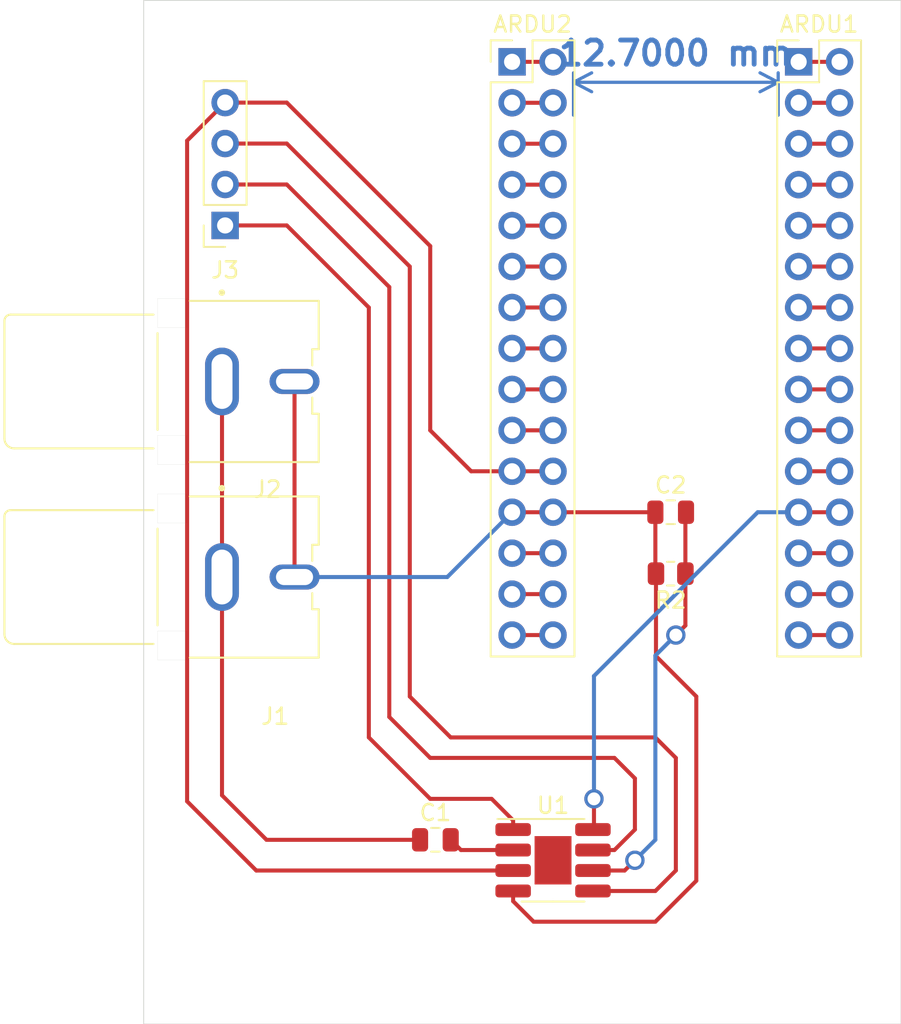
<source format=kicad_pcb>
(kicad_pcb (version 20211014) (generator pcbnew)
  (layers (0 "F.Cu" signal) (31 "B.Cu" signal) (34 "B.Paste" user) (35 "F.Paste" user) (36 "B.SilkS" user "B.Silkscreen") (37 "F.SilkS" user "F.Silkscreen") (38 "B.Mask" user) (39 "F.Mask" user) (44 "Edge.Cuts" user))
  (net 0 "")
  (net 1 "Net-(ARDU1-Pad1)")
  (net 2 "Net-(ARDU1-Pad3)")
  (net 3 "Net-(ARDU1-Pad5)")
  (net 4 "Net-(ARDU1-Pad7)")
  (net 5 "Net-(ARDU1-Pad10)")
  (net 6 "Net-(ARDU1-Pad11)")
  (net 7 "Net-(ARDU1-Pad13)")
  (net 8 "Net-(ARDU1-Pad15)")
  (net 9 "Net-(ARDU1-Pad17)")
  (net 10 "Net-(ARDU1-Pad19)")
  (net 11 "Net-(ARDU1-Pad21)")
  (net 12 "VCC")
  (net 13 "Net-(ARDU1-Pad25)")
  (net 14 "Net-(ARDU1-Pad27)")
  (net 15 "Net-(ARDU1-Pad29)")
  (net 16 "Net-(ARDU2-Pad1)")
  (net 17 "Net-(ARDU2-Pad3)")
  (net 18 "Net-(ARDU2-Pad5)")
  (net 19 "Net-(ARDU2-Pad7)")
  (net 20 "Net-(ARDU2-Pad10)")
  (net 21 "Net-(ARDU2-Pad11)")
  (net 22 "Net-(ARDU2-Pad13)")
  (net 23 "Net-(ARDU2-Pad15)")
  (net 24 "Net-(ARDU2-Pad17)")
  (net 25 "Net-(ARDU2-Pad19)")
  (net 26 "Net-(ARDU2-Pad21)")
  (net 27 "GND")
  (net 28 "Net-(ARDU2-Pad25)")
  (net 29 "Net-(ARDU2-Pad27)")
  (net 30 "Net-(ARDU2-Pad29)")
  (net 31 "Net-(C1-Pad1)")
  (net 32 "Net-(C1-Pad2)")
  (net 33 "Net-(C2-Pad2)")
  (net 34 "Net-(J3-Pad1)")
  (net 35 "Net-(U1-Pad7)")
  (net 36 "Net-(U1-Pad5)")
  (footprint "RCJ-041:CUI_RCJ-041" (layer "F.Cu") (at 37.69 56.09 180)
    (fp_text reference "J1" (at -7.30505 -8.63944) (layer "F.SilkS") (effects (font (size 1.008205 1.008205))))
    (fp_text value "Conn_Coaxial")
    (fp_line (start -9.6 2) (end -9.6 1) (layer "F.SilkS") (width 0.127))
    (fp_line (start 0 3) (end 0 -3) (layer "F.SilkS") (width 0.127))
    (fp_line (start 9.11 4.15) (end 0.25 4.15) (layer "F.SilkS") (width 0.127))
    (fp_line (start -10 2) (end -9.6 2) (layer "F.SilkS") (width 0.127))
    (fp_line (start -9.6 -1) (end -9.6 -2) (layer "F.SilkS") (width 0.127))
    (fp_line (start -10 -2) (end -10 -5) (layer "F.SilkS") (width 0.127))
    (fp_line (start 0.25 -4.15) (end 8.89 -4.15) (layer "F.SilkS") (width 0.127))
    (fp_line (start -10 5) (end -10 2) (layer "F.SilkS") (width 0.127))
    (fp_line (start -10 5) (end -2 5) (layer "F.SilkS") (width 0.127))
    (fp_line (start -10 -5) (end -2 -5) (layer "F.SilkS") (width 0.127))
    (fp_line (start -9.6 -2) (end -10 -2) (layer "F.SilkS") (width 0.127))
    (fp_line (start 9.5 -3.54) (end 9.5 3.76) (layer "F.SilkS") (width 0.127))
    (fp_arc (start 9.5 3.76) (mid 9.385772 4.035772) (end 9.11 4.15) (layer "F.SilkS") (width 0.127))
    (fp_arc (start 8.89 -4.15) (mid 9.321335 -3.971335) (end 9.5 -3.54) (layer "F.SilkS") (width 0.127))
    (fp_circle (center -3.99 5.513) (end -3.89 5.513) (layer "F.SilkS") (width 0.2) (fill none))
    (fp_line (start -1.7 -3.35) (end 0 -3.35) (layer "Edge.Cuts") (width 0.01))
    (fp_line (start -1.7 3.35) (end -1.7 5.15) (layer "Edge.Cuts") (width 0.01))
    (fp_line (start -1.7 -5.15) (end -1.7 -3.35) (layer "Edge.Cuts") (width 0.01))
    (fp_line (start 0 -5.15) (end -1.7 -5.15) (layer "Edge.Cuts") (width 0.01))
    (fp_line (start 0 3.35) (end -1.7 3.35) (layer "Edge.Cuts") (width 0.01))
    (fp_line (start -1.7 5.15) (end 0 5.15) (layer "Edge.Cuts") (width 0.01))
    (fp_line (start 0 5.15) (end 0 3.35) (layer "Edge.Cuts") (width 0.01))
    (fp_line (start 0 -3.35) (end 0 -5.15) (layer "Edge.Cuts") (width 0.01))
    (pad "1" thru_hole oval locked (at -4 0 180) (size 2.1 4.2) (drill oval 1.3 3.4) (layers *.Cu *.Mask) (net 31 "Net-(C1-Pad1)"))
    (pad "2" thru_hole oval locked (at -8.5 0 180) (size 3.1 1.55) (drill oval 2.3 1) (layers *.Cu *.Mask) (net 27 "GND"))
  )
  (footprint "RCJ-041:CUI_RCJ-041" (layer "F.Cu") (at 37.69 43.96 180)
    (fp_text reference "J2" (at -6.81755 -6.68944) (layer "F.SilkS") (effects (font (size 1.008205 1.008205))))
    (fp_text value "Conn_Coaxial")
    (fp_line (start 9.5 -3.54) (end 9.5 3.76) (layer "F.SilkS") (width 0.127))
    (fp_line (start -9.6 -2) (end -10 -2) (layer "F.SilkS") (width 0.127))
    (fp_line (start -10 5) (end -10 2) (layer "F.SilkS") (width 0.127))
    (fp_line (start 9.11 4.15) (end 0.25 4.15) (layer "F.SilkS") (width 0.127))
    (fp_line (start -9.6 2) (end -9.6 1) (layer "F.SilkS") (width 0.127))
    (fp_line (start 0.25 -4.15) (end 8.89 -4.15) (layer "F.SilkS") (width 0.127))
    (fp_line (start -10 5) (end -2 5) (layer "F.SilkS") (width 0.127))
    (fp_line (start -9.6 -1) (end -9.6 -2) (layer "F.SilkS") (width 0.127))
    (fp_line (start -10 -2) (end -10 -5) (layer "F.SilkS") (width 0.127))
    (fp_line (start -10 2) (end -9.6 2) (layer "F.SilkS") (width 0.127))
    (fp_line (start 0 3) (end 0 -3) (layer "F.SilkS") (width 0.127))
    (fp_line (start -10 -5) (end -2 -5) (layer "F.SilkS") (width 0.127))
    (fp_arc (start 9.5 3.76) (mid 9.385772 4.035772) (end 9.11 4.15) (layer "F.SilkS") (width 0.127))
    (fp_arc (start 8.89 -4.15) (mid 9.321335 -3.971335) (end 9.5 -3.54) (layer "F.SilkS") (width 0.127))
    (fp_circle (center -3.99 5.513) (end -3.89 5.513) (layer "F.SilkS") (width 0.2) (fill none))
    (fp_line (start 0 3.35) (end -1.7 3.35) (layer "Edge.Cuts") (width 0.01))
    (fp_line (start 0 -3.35) (end 0 -5.15) (layer "Edge.Cuts") (width 0.01))
    (fp_line (start 0 -5.15) (end -1.7 -5.15) (layer "Edge.Cuts") (width 0.01))
    (fp_line (start 0 5.15) (end 0 3.35) (layer "Edge.Cuts") (width 0.01))
    (fp_line (start -1.7 -5.15) (end -1.7 -3.35) (layer "Edge.Cuts") (width 0.01))
    (fp_line (start -1.7 5.15) (end 0 5.15) (layer "Edge.Cuts") (width 0.01))
    (fp_line (start -1.7 3.35) (end -1.7 5.15) (layer "Edge.Cuts") (width 0.01))
    (fp_line (start -1.7 -3.35) (end 0 -3.35) (layer "Edge.Cuts") (width 0.01))
    (pad "1" thru_hole oval locked (at -4 0 180) (size 2.1 4.2) (drill oval 1.3 3.4) (layers *.Cu *.Mask) (net 31 "Net-(C1-Pad1)"))
    (pad "2" thru_hole oval locked (at -8.5 0 180) (size 3.1 1.55) (drill oval 2.3 1) (layers *.Cu *.Mask) (net 27 "GND"))
  )
  (footprint "Package_SO:SOIC-8-1EP_3.9x4.9mm_P1.27mm_EP2.29x3mm" (layer "F.Cu") (at 62.23 73.66)
    (fp_text reference "U1" (at 0 -3.4) (layer "F.SilkS"))
    (fp_text value "LM1881")
    (fp_line (start 0 -2.56) (end -3.45 -2.56) (layer "F.SilkS") (width 0.12))
    (fp_line (start 0 2.56) (end -1.95 2.56) (layer "F.SilkS") (width 0.12))
    (fp_line (start 0 -2.56) (end 1.95 -2.56) (layer "F.SilkS") (width 0.12))
    (fp_line (start 0 2.56) (end 1.95 2.56) (layer "F.SilkS") (width 0.12))
    (pad "1" smd roundrect (at -2.475 -1.905) (size 2.2 0.8) (layers "F.Cu" "F.Paste" "F.Mask") (net 34 "Net-(J3-Pad1)"))
    (pad "2" smd roundrect (at -2.475 -0.635) (size 2.2 0.8) (layers "F.Cu" "F.Paste" "F.Mask") (net 32 "Net-(C1-Pad2)"))
    (pad "3" smd roundrect (at -2.475 0.635) (size 2.2 0.8) (layers "F.Cu" "F.Paste" "F.Mask") (net 26 "Net-(ARDU2-Pad21)"))
    (pad "4" smd roundrect (at -2.475 1.905) (size 2.2 0.8) (layers "F.Cu" "F.Paste" "F.Mask") (net 27 "GND"))
    (pad "5" smd roundrect (at 2.475 1.905) (size 2.2 0.8) (layers "F.Cu" "F.Paste" "F.Mask") (net 36 "Net-(U1-Pad5)"))
    (pad "6" smd roundrect (at 2.475 0.635) (size 2.2 0.8) (layers "F.Cu" "F.Paste" "F.Mask") (net 33 "Net-(C2-Pad2)"))
    (pad "7" smd roundrect (at 2.475 -0.635) (size 2.2 0.8) (layers "F.Cu" "F.Paste" "F.Mask") (net 35 "Net-(U1-Pad7)"))
    (pad "8" smd roundrect (at 2.475 -1.905) (size 2.2 0.8) (layers "F.Cu" "F.Paste" "F.Mask") (net 12 "VCC"))
    (pad "9" smd rect (at 0 0) (size 2.29 3) (layers "F.Cu" "F.Mask"))
  )
  (footprint "Capacitor_SMD:C_0805_2012Metric" (layer "F.Cu") (at 69.53 52.07)
    (fp_text reference "C2" (at 0 -1.68) (layer "F.SilkS"))
    (fp_text value "100n")
    (fp_line (start -0.261252 -0.735) (end 0.261252 -0.735) (layer "F.SilkS") (width 0.12))
    (fp_line (start -0.261252 0.735) (end 0.261252 0.735) (layer "F.SilkS") (width 0.12))
    (pad "1" smd roundrect (at -0.95 0) (size 1 1.45) (layers "F.Cu" "F.Paste" "F.Mask") (net 27 "GND"))
    (pad "2" smd roundrect (at 0.95 0) (size 1 1.45) (layers "F.Cu" "F.Paste" "F.Mask") (net 33 "Net-(C2-Pad2)"))
  )
  (footprint "Connector_PinSocket_2.54mm:PinSocket_1x04_P2.54mm_Vertical" (layer "F.Cu") (at 41.885 34.28 180)
    (fp_text reference "J3" (at 0 -2.77) (layer "F.SilkS"))
    (fp_text value "Conn_01x04_Female")
    (fp_line (start -1.33 8.95) (end 1.33 8.95) (layer "F.SilkS") (width 0.12))
    (fp_line (start 1.33 1.27) (end 1.33 8.95) (layer "F.SilkS") (width 0.12))
    (fp_line (start 0 -1.33) (end 1.33 -1.33) (layer "F.SilkS") (width 0.12))
    (fp_line (start -1.33 1.27) (end 1.33 1.27) (layer "F.SilkS") (width 0.12))
    (fp_line (start -1.33 1.27) (end -1.33 8.95) (layer "F.SilkS") (width 0.12))
    (fp_line (start 1.33 -1.33) (end 1.33 0) (layer "F.SilkS") (width 0.12))
    (pad "1" thru_hole rect (at 0 0 180) (size 1.7 1.7) (drill 1) (layers *.Cu *.Mask) (net 34 "Net-(J3-Pad1)"))
    (pad "2" thru_hole oval (at 0 2.54 180) (size 1.7 1.7) (drill 1) (layers *.Cu *.Mask) (net 35 "Net-(U1-Pad7)"))
    (pad "3" thru_hole oval (at 0 5.08 180) (size 1.7 1.7) (drill 1) (layers *.Cu *.Mask) (net 36 "Net-(U1-Pad5)"))
    (pad "4" thru_hole oval (at 0 7.62 180) (size 1.7 1.7) (drill 1) (layers *.Cu *.Mask) (net 26 "Net-(ARDU2-Pad21)"))
  )
  (footprint "Connector_PinHeader_2.54mm:PinHeader_2x15_P2.54mm_Vertical" (layer "F.Cu") (at 59.69 24.13)
    (fp_text reference "ARDU2" (at 1.27 -2.33) (layer "F.SilkS"))
    (fp_text value "Conn_02x15_Odd_Even_MountingPin")
    (fp_line (start -1.33 1.27) (end 1.27 1.27) (layer "F.SilkS") (width 0.12))
    (fp_line (start -1.33 -1.33) (end 0 -1.33) (layer "F.SilkS") (width 0.12))
    (fp_line (start 1.27 1.27) (end 1.27 -1.33) (layer "F.SilkS") (width 0.12))
    (fp_line (start 3.87 -1.33) (end 3.87 36.89) (layer "F.SilkS") (width 0.12))
    (fp_line (start 1.27 -1.33) (end 3.87 -1.33) (layer "F.SilkS") (width 0.12))
    (fp_line (start -1.33 36.89) (end 3.87 36.89) (layer "F.SilkS") (width 0.12))
    (fp_line (start -1.33 0) (end -1.33 -1.33) (layer "F.SilkS") (width 0.12))
    (fp_line (start -1.33 1.27) (end -1.33 36.89) (layer "F.SilkS") (width 0.12))
    (pad "1" thru_hole rect (at 0 0) (size 1.7 1.7) (drill 1) (layers *.Cu *.Mask) (net 16 "Net-(ARDU2-Pad1)"))
    (pad "2" thru_hole oval (at 2.54 0) (size 1.7 1.7) (drill 1) (layers *.Cu *.Mask) (net 16 "Net-(ARDU2-Pad1)"))
    (pad "3" thru_hole oval (at 0 2.54) (size 1.7 1.7) (drill 1) (layers *.Cu *.Mask) (net 17 "Net-(ARDU2-Pad3)"))
    (pad "4" thru_hole oval (at 2.54 2.54) (size 1.7 1.7) (drill 1) (layers *.Cu *.Mask) (net 17 "Net-(ARDU2-Pad3)"))
    (pad "5" thru_hole oval (at 0 5.08) (size 1.7 1.7) (drill 1) (layers *.Cu *.Mask) (net 18 "Net-(ARDU2-Pad5)"))
    (pad "6" thru_hole oval (at 2.54 5.08) (size 1.7 1.7) (drill 1) (layers *.Cu *.Mask) (net 18 "Net-(ARDU2-Pad5)"))
    (pad "7" thru_hole oval (at 0 7.62) (size 1.7 1.7) (drill 1) (layers *.Cu *.Mask) (net 19 "Net-(ARDU2-Pad7)"))
    (pad "8" thru_hole oval (at 2.54 7.62) (size 1.7 1.7) (drill 1) (layers *.Cu *.Mask) (net 19 "Net-(ARDU2-Pad7)"))
    (pad "9" thru_hole oval (at 0 10.16) (size 1.7 1.7) (drill 1) (layers *.Cu *.Mask) (net 20 "Net-(ARDU2-Pad10)"))
    (pad "10" thru_hole oval (at 2.54 10.16) (size 1.7 1.7) (drill 1) (layers *.Cu *.Mask) (net 20 "Net-(ARDU2-Pad10)"))
    (pad "11" thru_hole oval (at 0 12.7) (size 1.7 1.7) (drill 1) (layers *.Cu *.Mask) (net 21 "Net-(ARDU2-Pad11)"))
    (pad "12" thru_hole oval (at 2.54 12.7) (size 1.7 1.7) (drill 1) (layers *.Cu *.Mask) (net 21 "Net-(ARDU2-Pad11)"))
    (pad "13" thru_hole oval (at 0 15.24) (size 1.7 1.7) (drill 1) (layers *.Cu *.Mask) (net 22 "Net-(ARDU2-Pad13)"))
    (pad "14" thru_hole oval (at 2.54 15.24) (size 1.7 1.7) (drill 1) (layers *.Cu *.Mask) (net 22 "Net-(ARDU2-Pad13)"))
    (pad "15" thru_hole oval (at 0 17.78) (size 1.7 1.7) (drill 1) (layers *.Cu *.Mask) (net 23 "Net-(ARDU2-Pad15)"))
    (pad "16" thru_hole oval (at 2.54 17.78) (size 1.7 1.7) (drill 1) (layers *.Cu *.Mask) (net 23 "Net-(ARDU2-Pad15)"))
    (pad "17" thru_hole oval (at 0 20.32) (size 1.7 1.7) (drill 1) (layers *.Cu *.Mask) (net 24 "Net-(ARDU2-Pad17)"))
    (pad "18" thru_hole oval (at 2.54 20.32) (size 1.7 1.7) (drill 1) (layers *.Cu *.Mask) (net 24 "Net-(ARDU2-Pad17)"))
    (pad "19" thru_hole oval (at 0 22.86) (size 1.7 1.7) (drill 1) (layers *.Cu *.Mask) (net 25 "Net-(ARDU2-Pad19)"))
    (pad "20" thru_hole oval (at 2.54 22.86) (size 1.7 1.7) (drill 1) (layers *.Cu *.Mask) (net 25 "Net-(ARDU2-Pad19)"))
    (pad "21" thru_hole oval (at 0 25.4) (size 1.7 1.7) (drill 1) (layers *.Cu *.Mask) (net 26 "Net-(ARDU2-Pad21)"))
    (pad "22" thru_hole oval (at 2.54 25.4) (size 1.7 1.7) (drill 1) (layers *.Cu *.Mask) (net 26 "Net-(ARDU2-Pad21)"))
    (pad "23" thru_hole oval (at 0 27.94) (size 1.7 1.7) (drill 1) (layers *.Cu *.Mask) (net 27 "GND"))
    (pad "24" thru_hole oval (at 2.54 27.94) (size 1.7 1.7) (drill 1) (layers *.Cu *.Mask) (net 27 "GND"))
    (pad "25" thru_hole oval (at 0 30.48) (size 1.7 1.7) (drill 1) (layers *.Cu *.Mask) (net 28 "Net-(ARDU2-Pad25)"))
    (pad "26" thru_hole oval (at 2.54 30.48) (size 1.7 1.7) (drill 1) (layers *.Cu *.Mask) (net 28 "Net-(ARDU2-Pad25)"))
    (pad "27" thru_hole oval (at 0 33.02) (size 1.7 1.7) (drill 1) (layers *.Cu *.Mask) (net 29 "Net-(ARDU2-Pad27)"))
    (pad "28" thru_hole oval (at 2.54 33.02) (size 1.7 1.7) (drill 1) (layers *.Cu *.Mask) (net 29 "Net-(ARDU2-Pad27)"))
    (pad "29" thru_hole oval (at 0 35.56) (size 1.7 1.7) (drill 1) (layers *.Cu *.Mask) (net 30 "Net-(ARDU2-Pad29)"))
    (pad "30" thru_hole oval (at 2.54 35.56) (size 1.7 1.7) (drill 1) (layers *.Cu *.Mask) (net 30 "Net-(ARDU2-Pad29)"))
  )
  (footprint "Connector_PinHeader_2.54mm:PinHeader_2x15_P2.54mm_Vertical" (layer "F.Cu") (at 77.47 24.13)
    (fp_text reference "ARDU1" (at 1.27 -2.33) (layer "F.SilkS"))
    (fp_text value "Conn_02x15_Odd_Even_MountingPin")
    (fp_line (start 1.27 -1.33) (end 3.87 -1.33) (layer "F.SilkS") (width 0.12))
    (fp_line (start 1.27 1.27) (end 1.27 -1.33) (layer "F.SilkS") (width 0.12))
    (fp_line (start -1.33 -1.33) (end 0 -1.33) (layer "F.SilkS") (width 0.12))
    (fp_line (start -1.33 1.27) (end -1.33 36.89) (layer "F.SilkS") (width 0.12))
    (fp_line (start -1.33 1.27) (end 1.27 1.27) (layer "F.SilkS") (width 0.12))
    (fp_line (start 3.87 -1.33) (end 3.87 36.89) (layer "F.SilkS") (width 0.12))
    (fp_line (start -1.33 36.89) (end 3.87 36.89) (layer "F.SilkS") (width 0.12))
    (fp_line (start -1.33 0) (end -1.33 -1.33) (layer "F.SilkS") (width 0.12))
    (pad "1" thru_hole rect (at 0 0) (size 1.7 1.7) (drill 1) (layers *.Cu *.Mask) (net 1 "Net-(ARDU1-Pad1)"))
    (pad "2" thru_hole oval (at 2.54 0) (size 1.7 1.7) (drill 1) (layers *.Cu *.Mask) (net 1 "Net-(ARDU1-Pad1)"))
    (pad "3" thru_hole oval (at 0 2.54) (size 1.7 1.7) (drill 1) (layers *.Cu *.Mask) (net 2 "Net-(ARDU1-Pad3)"))
    (pad "4" thru_hole oval (at 2.54 2.54) (size 1.7 1.7) (drill 1) (layers *.Cu *.Mask) (net 2 "Net-(ARDU1-Pad3)"))
    (pad "5" thru_hole oval (at 0 5.08) (size 1.7 1.7) (drill 1) (layers *.Cu *.Mask) (net 3 "Net-(ARDU1-Pad5)"))
    (pad "6" thru_hole oval (at 2.54 5.08) (size 1.7 1.7) (drill 1) (layers *.Cu *.Mask) (net 3 "Net-(ARDU1-Pad5)"))
    (pad "7" thru_hole oval (at 0 7.62) (size 1.7 1.7) (drill 1) (layers *.Cu *.Mask) (net 4 "Net-(ARDU1-Pad7)"))
    (pad "8" thru_hole oval (at 2.54 7.62) (size 1.7 1.7) (drill 1) (layers *.Cu *.Mask) (net 4 "Net-(ARDU1-Pad7)"))
    (pad "9" thru_hole oval (at 0 10.16) (size 1.7 1.7) (drill 1) (layers *.Cu *.Mask) (net 5 "Net-(ARDU1-Pad10)"))
    (pad "10" thru_hole oval (at 2.54 10.16) (size 1.7 1.7) (drill 1) (layers *.Cu *.Mask) (net 5 "Net-(ARDU1-Pad10)"))
    (pad "11" thru_hole oval (at 0 12.7) (size 1.7 1.7) (drill 1) (layers *.Cu *.Mask) (net 6 "Net-(ARDU1-Pad11)"))
    (pad "12" thru_hole oval (at 2.54 12.7) (size 1.7 1.7) (drill 1) (layers *.Cu *.Mask) (net 6 "Net-(ARDU1-Pad11)"))
    (pad "13" thru_hole oval (at 0 15.24) (size 1.7 1.7) (drill 1) (layers *.Cu *.Mask) (net 7 "Net-(ARDU1-Pad13)"))
    (pad "14" thru_hole oval (at 2.54 15.24) (size 1.7 1.7) (drill 1) (layers *.Cu *.Mask) (net 7 "Net-(ARDU1-Pad13)"))
    (pad "15" thru_hole oval (at 0 17.78) (size 1.7 1.7) (drill 1) (layers *.Cu *.Mask) (net 8 "Net-(ARDU1-Pad15)"))
    (pad "16" thru_hole oval (at 2.54 17.78) (size 1.7 1.7) (drill 1) (layers *.Cu *.Mask) (net 8 "Net-(ARDU1-Pad15)"))
    (pad "17" thru_hole oval (at 0 20.32) (size 1.7 1.7) (drill 1) (layers *.Cu *.Mask) (net 9 "Net-(ARDU1-Pad17)"))
    (pad "18" thru_hole oval (at 2.54 20.32) (size 1.7 1.7) (drill 1) (layers *.Cu *.Mask) (net 9 "Net-(ARDU1-Pad17)"))
    (pad "19" thru_hole oval (at 0 22.86) (size 1.7 1.7) (drill 1) (layers *.Cu *.Mask) (net 10 "Net-(ARDU1-Pad19)"))
    (pad "20" thru_hole oval (at 2.54 22.86) (size 1.7 1.7) (drill 1) (layers *.Cu *.Mask) (net 10 "Net-(ARDU1-Pad19)"))
    (pad "21" thru_hole oval (at 0 25.4) (size 1.7 1.7) (drill 1) (layers *.Cu *.Mask) (net 11 "Net-(ARDU1-Pad21)"))
    (pad "22" thru_hole oval (at 2.54 25.4) (size 1.7 1.7) (drill 1) (layers *.Cu *.Mask) (net 11 "Net-(ARDU1-Pad21)"))
    (pad "23" thru_hole oval (at 0 27.94) (size 1.7 1.7) (drill 1) (layers *.Cu *.Mask) (net 12 "VCC"))
    (pad "24" thru_hole oval (at 2.54 27.94) (size 1.7 1.7) (drill 1) (layers *.Cu *.Mask) (net 12 "VCC"))
    (pad "25" thru_hole oval (at 0 30.48) (size 1.7 1.7) (drill 1) (layers *.Cu *.Mask) (net 13 "Net-(ARDU1-Pad25)"))
    (pad "26" thru_hole oval (at 2.54 30.48) (size 1.7 1.7) (drill 1) (layers *.Cu *.Mask) (net 13 "Net-(ARDU1-Pad25)"))
    (pad "27" thru_hole oval (at 0 33.02) (size 1.7 1.7) (drill 1) (layers *.Cu *.Mask) (net 14 "Net-(ARDU1-Pad27)"))
    (pad "28" thru_hole oval (at 2.54 33.02) (size 1.7 1.7) (drill 1) (layers *.Cu *.Mask) (net 14 "Net-(ARDU1-Pad27)"))
    (pad "29" thru_hole oval (at 0 35.56) (size 1.7 1.7) (drill 1) (layers *.Cu *.Mask) (net 15 "Net-(ARDU1-Pad29)"))
    (pad "30" thru_hole oval (at 2.54 35.56) (size 1.7 1.7) (drill 1) (layers *.Cu *.Mask) (net 15 "Net-(ARDU1-Pad29)"))
  )
  (footprint "Resistor_SMD:R_0805_2012Metric" (layer "F.Cu") (at 69.53 55.88 180)
    (fp_text reference "R2" (at 0 -1.65) (layer "F.SilkS"))
    (fp_text value "680k")
    (fp_line (start -0.227064 0.735) (end 0.227064 0.735) (layer "F.SilkS") (width 0.12))
    (fp_line (start -0.227064 -0.735) (end 0.227064 -0.735) (layer "F.SilkS") (width 0.12))
    (pad "1" smd roundrect (at -0.9125 0 180) (size 1.025 1.4) (layers "F.Cu" "F.Paste" "F.Mask") (roundrect_rratio 0.243902) (net 33 "Net-(C2-Pad2)"))
    (pad "2" smd roundrect (at 0.9125 0 180) (size 1.025 1.4) (layers "F.Cu" "F.Paste" "F.Mask") (roundrect_rratio 0.243902) (net 27 "GND"))
  )
  (footprint "Capacitor_SMD:C_0805_2012Metric" (layer "F.Cu") (at 54.93 72.39)
    (fp_text reference "C1" (at 0 -1.68) (layer "F.SilkS"))
    (fp_text value "100n")
    (fp_line (start -0.261252 -0.735) (end 0.261252 -0.735) (layer "F.SilkS") (width 0.12))
    (fp_line (start -0.261252 0.735) (end 0.261252 0.735) (layer "F.SilkS") (width 0.12))
    (pad "1" smd roundrect (at -0.95 0) (size 1 1.45) (layers "F.Cu" "F.Paste" "F.Mask") (net 31 "Net-(C1-Pad1)"))
    (pad "2" smd roundrect (at 0.95 0) (size 1 1.45) (layers "F.Cu" "F.Paste" "F.Mask") (net 32 "Net-(C1-Pad2)"))
  )
  (gr_rect (start 83.82 83.82) (end 36.83 20.32) (layer "Edge.Cuts") (width 0.05) (fill none))
  (dimension (type orthogonal) (layer "B.Cu") (pts (xy 63.5 27.94) (xy 76.2 27.94)) (height -2.54) (orientation 0) (gr_text "12,7000 mm" (at 69.85 23.6) (layer "B.Cu") (effects (font (size 1.5 1.5) (thickness 0.3)))) (format (units 3) (units_format 1) (precision 4)) (style (thickness 0.2) (arrow_length 1.27) (text_position_mode 0) (extension_height 0.58642) (extension_offset 0.5) keep_text_aligned))
  (segment (start 77.47 24.13) (end 80.01 24.13) (width 0.25) (layer "F.Cu") (net 1))
  (segment (start 80.01 26.67) (end 77.47 26.67) (width 0.25) (layer "F.Cu") (net 2))
  (segment (start 77.47 29.21) (end 80.01 29.21) (width 0.25) (layer "F.Cu") (net 3))
  (segment (start 80.01 31.75) (end 77.47 31.75) (width 0.25) (layer "F.Cu") (net 4))
  (segment (start 77.47 34.29) (end 80.01 34.29) (width 0.25) (layer "F.Cu") (net 5))
  (segment (start 80.01 36.83) (end 77.47 36.83) (width 0.25) (layer "F.Cu") (net 6))
  (segment (start 77.47 39.37) (end 80.01 39.37) (width 0.25) (layer "F.Cu") (net 7))
  (segment (start 80.01 41.91) (end 77.47 41.91) (width 0.25) (layer "F.Cu") (net 8))
  (segment (start 77.47 44.45) (end 80.01 44.45) (width 0.25) (layer "F.Cu") (net 9))
  (segment (start 80.01 46.99) (end 77.47 46.99) (width 0.25) (layer "F.Cu") (net 10))
  (segment (start 77.47 49.53) (end 80.01 49.53) (width 0.25) (layer "F.Cu") (net 11))
  (segment (start 64.705 71.755) (end 64.77 71.69) (width 0.25) (layer "F.Cu") (net 12))
  (segment (start 80.01 52.07) (end 77.47 52.07) (width 0.25) (layer "F.Cu") (net 12))
  (segment (start 64.77 71.69) (end 64.77 69.85) (width 0.25) (layer "F.Cu") (net 12))
  (via (at 64.77 69.85) (size 1.2) (drill 0.8) (layers "F.Cu" "B.Cu") (net 12))
  (segment (start 64.77 69.85) (end 64.77 62.23) (width 0.25) (layer "B.Cu") (net 12))
  (segment (start 74.93 52.07) (end 77.47 52.07) (width 0.25) (layer "B.Cu") (net 12))
  (segment (start 64.77 62.23) (end 74.93 52.07) (width 0.25) (layer "B.Cu") (net 12))
  (segment (start 77.47 54.61) (end 80.01 54.61) (width 0.25) (layer "F.Cu") (net 13))
  (segment (start 80.01 57.15) (end 77.47 57.15) (width 0.25) (layer "F.Cu") (net 14))
  (segment (start 77.47 59.69) (end 80.01 59.69) (width 0.25) (layer "F.Cu") (net 15))
  (segment (start 62.23 24.13) (end 59.69 24.13) (width 0.25) (layer "F.Cu") (net 16))
  (segment (start 59.69 26.67) (end 62.23 26.67) (width 0.25) (layer "F.Cu") (net 17))
  (segment (start 59.69 29.21) (end 62.23 29.21) (width 0.25) (layer "F.Cu") (net 18))
  (segment (start 62.23 31.75) (end 59.69 31.75) (width 0.25) (layer "F.Cu") (net 19))
  (segment (start 59.69 34.29) (end 62.23 34.29) (width 0.25) (layer "F.Cu") (net 20))
  (segment (start 62.23 36.83) (end 59.69 36.83) (width 0.25) (layer "F.Cu") (net 21))
  (segment (start 59.69 39.37) (end 62.23 39.37) (width 0.25) (layer "F.Cu") (net 22))
  (segment (start 62.23 41.91) (end 59.69 41.91) (width 0.25) (layer "F.Cu") (net 23))
  (segment (start 59.69 44.45) (end 62.23 44.45) (width 0.25) (layer "F.Cu") (net 24))
  (segment (start 62.23 46.99) (end 59.69 46.99) (width 0.25) (layer "F.Cu") (net 25))
  (segment (start 54.61 46.99) (end 57.15 49.53) (width 0.25) (layer "F.Cu") (net 26))
  (segment (start 59.755 74.295) (end 43.815 74.295) (width 0.25) (layer "F.Cu") (net 26))
  (segment (start 59.69 49.53) (end 62.23 49.53) (width 0.25) (layer "F.Cu") (net 26))
  (segment (start 45.71 26.66) (end 54.61 35.56) (width 0.25) (layer "F.Cu") (net 26))
  (segment (start 39.525 29.02) (end 41.885 26.66) (width 0.25) (layer "F.Cu") (net 26))
  (segment (start 57.15 49.53) (end 59.69 49.53) (width 0.25) (layer "F.Cu") (net 26))
  (segment (start 43.815 74.295) (end 39.525 70.005) (width 0.25) (layer "F.Cu") (net 26))
  (segment (start 54.61 35.56) (end 54.61 46.99) (width 0.25) (layer "F.Cu") (net 26))
  (segment (start 41.885 26.66) (end 45.71 26.66) (width 0.25) (layer "F.Cu") (net 26))
  (segment (start 39.525 70.005) (end 39.525 29.02) (width 0.25) (layer "F.Cu") (net 26))
  (segment (start 62.23 52.07) (end 68.58 52.07) (width 0.25) (layer "F.Cu") (net 27))
  (segment (start 59.755 75.565) (end 59.755 76.2) (width 0.25) (layer "F.Cu") (net 27))
  (segment (start 71.12 74.930698) (end 71.12 63.5) (width 0.25) (layer "F.Cu") (net 27))
  (segment (start 46.19 43.96) (end 46.19 50.33) (width 0.25) (layer "F.Cu") (net 27))
  (segment (start 46.19 50.33) (end 46.19 56.09) (width 0.25) (layer "F.Cu") (net 27))
  (segment (start 59.755 76.2) (end 61.025 77.47) (width 0.25) (layer "F.Cu") (net 27))
  (segment (start 68.58 55.8425) (end 68.6175 55.88) (width 0.25) (layer "F.Cu") (net 27))
  (segment (start 62.23 52.07) (end 59.69 52.07) (width 0.25) (layer "F.Cu") (net 27))
  (segment (start 68.58 52.07) (end 68.58 55.8425) (width 0.25) (layer "F.Cu") (net 27))
  (segment (start 68.6175 60.9975) (end 68.6175 55.88) (width 0.25) (layer "F.Cu") (net 27))
  (segment (start 61.025 77.47) (end 68.580698 77.47) (width 0.25) (layer "F.Cu") (net 27))
  (segment (start 68.580698 77.47) (end 71.12 74.930698) (width 0.25) (layer "F.Cu") (net 27))
  (segment (start 71.12 63.5) (end 68.6175 60.9975) (width 0.25) (layer "F.Cu") (net 27))
  (segment (start 55.67 56.09) (end 46.19 56.09) (width 0.25) (layer "B.Cu") (net 27))
  (segment (start 59.69 52.07) (end 55.67 56.09) (width 0.25) (layer "B.Cu") (net 27))
  (segment (start 59.69 54.61) (end 62.23 54.61) (width 0.25) (layer "F.Cu") (net 28))
  (segment (start 62.23 57.15) (end 59.69 57.15) (width 0.25) (layer "F.Cu") (net 29))
  (segment (start 59.69 59.69) (end 62.23 59.69) (width 0.25) (layer "F.Cu") (net 30))
  (segment (start 41.69 56.09) (end 41.69 69.63) (width 0.25) (layer "F.Cu") (net 31))
  (segment (start 41.69 69.63) (end 44.45 72.39) (width 0.25) (layer "F.Cu") (net 31))
  (segment (start 41.69 43.96) (end 41.69 56.09) (width 0.25) (layer "F.Cu") (net 31))
  (segment (start 44.45 72.39) (end 53.98 72.39) (width 0.25) (layer "F.Cu") (net 31))
  (segment (start 55.88 72.39) (end 56.515 73.025) (width 0.25) (layer "F.Cu") (net 32))
  (segment (start 56.515 73.025) (end 59.755 73.025) (width 0.25) (layer "F.Cu") (net 32))
  (segment (start 70.48 52.07) (end 70.4425 52.1075) (width 0.25) (layer "F.Cu") (net 33))
  (segment (start 70.4425 59.0975) (end 69.85 59.69) (width 0.25) (layer "F.Cu") (net 33))
  (segment (start 70.4425 55.88) (end 70.4425 59.0975) (width 0.25) (layer "F.Cu") (net 33))
  (segment (start 70.4425 52.1075) (end 70.4425 55.88) (width 0.25) (layer "F.Cu") (net 33))
  (segment (start 66.675 74.295) (end 64.705 74.295) (width 0.25) (layer "F.Cu") (net 33))
  (segment (start 67.31 73.66) (end 66.675 74.295) (width 0.25) (layer "F.Cu") (net 33))
  (via (at 69.85 59.69) (size 1.2) (drill 0.8) (layers "F.Cu" "B.Cu") (net 33))
  (via (at 67.31 73.66) (size 1.2) (drill 0.8) (layers "F.Cu" "B.Cu") (net 33))
  (segment (start 68.58 60.96) (end 69.85 59.69) (width 0.25) (layer "B.Cu") (net 33))
  (segment (start 68.58 72.39) (end 68.58 60.96) (width 0.25) (layer "B.Cu") (net 33))
  (segment (start 67.31 73.66) (end 68.58 72.39) (width 0.25) (layer "B.Cu") (net 33))
  (segment (start 41.885 34.28) (end 45.71 34.28) (width 0.25) (layer "F.Cu") (net 34))
  (segment (start 59.755 71.185) (end 59.755 71.755) (width 0.25) (layer "F.Cu") (net 34))
  (segment (start 54.61 69.85) (end 58.42 69.85) (width 0.25) (layer "F.Cu") (net 34))
  (segment (start 45.71 34.28) (end 50.8 39.37) (width 0.25) (layer "F.Cu") (net 34))
  (segment (start 50.8 39.37) (end 50.8 66.04) (width 0.25) (layer "F.Cu") (net 34))
  (segment (start 58.42 69.85) (end 59.755 71.185) (width 0.25) (layer "F.Cu") (net 34))
  (segment (start 50.8 66.04) (end 54.61 69.85) (width 0.25) (layer "F.Cu") (net 34))
  (segment (start 52.07 64.77) (end 54.61 67.31) (width 0.25) (layer "F.Cu") (net 35))
  (segment (start 41.885 31.74) (end 45.71 31.74) (width 0.25) (layer "F.Cu") (net 35))
  (segment (start 45.71 31.74) (end 52.07 38.1) (width 0.25) (layer "F.Cu") (net 35))
  (segment (start 66.04 67.31) (end 67.31 68.58) (width 0.25) (layer "F.Cu") (net 35))
  (segment (start 52.07 38.1) (end 52.07 64.77) (width 0.25) (layer "F.Cu") (net 35))
  (segment (start 67.31 71.755) (end 66.04 73.025) (width 0.25) (layer "F.Cu") (net 35))
  (segment (start 67.31 68.58) (end 67.31 71.755) (width 0.25) (layer "F.Cu") (net 35))
  (segment (start 54.61 67.31) (end 66.04 67.31) (width 0.25) (layer "F.Cu") (net 35))
  (segment (start 66.04 73.025) (end 64.705 73.025) (width 0.25) (layer "F.Cu") (net 35))
  (segment (start 68.58 75.565) (end 69.85 74.295) (width 0.25) (layer "F.Cu") (net 36))
  (segment (start 53.34 36.83) (end 45.71 29.2) (width 0.25) (layer "F.Cu") (net 36))
  (segment (start 53.34 63.5) (end 53.34 36.83) (width 0.25) (layer "F.Cu") (net 36))
  (segment (start 64.705 75.565) (end 68.58 75.565) (width 0.25) (layer "F.Cu") (net 36))
  (segment (start 45.71 29.2) (end 41.885 29.2) (width 0.25) (layer "F.Cu") (net 36))
  (segment (start 69.85 67.31) (end 68.58 66.04) (width 0.25) (layer "F.Cu") (net 36))
  (segment (start 69.85 74.295) (end 69.85 67.31) (width 0.25) (layer "F.Cu") (net 36))
  (segment (start 68.58 66.04) (end 55.88 66.04) (width 0.25) (layer "F.Cu") (net 36))
  (segment (start 55.88 66.04) (end 53.34 63.5) (width 0.25) (layer "F.Cu") (net 36))
)
</source>
